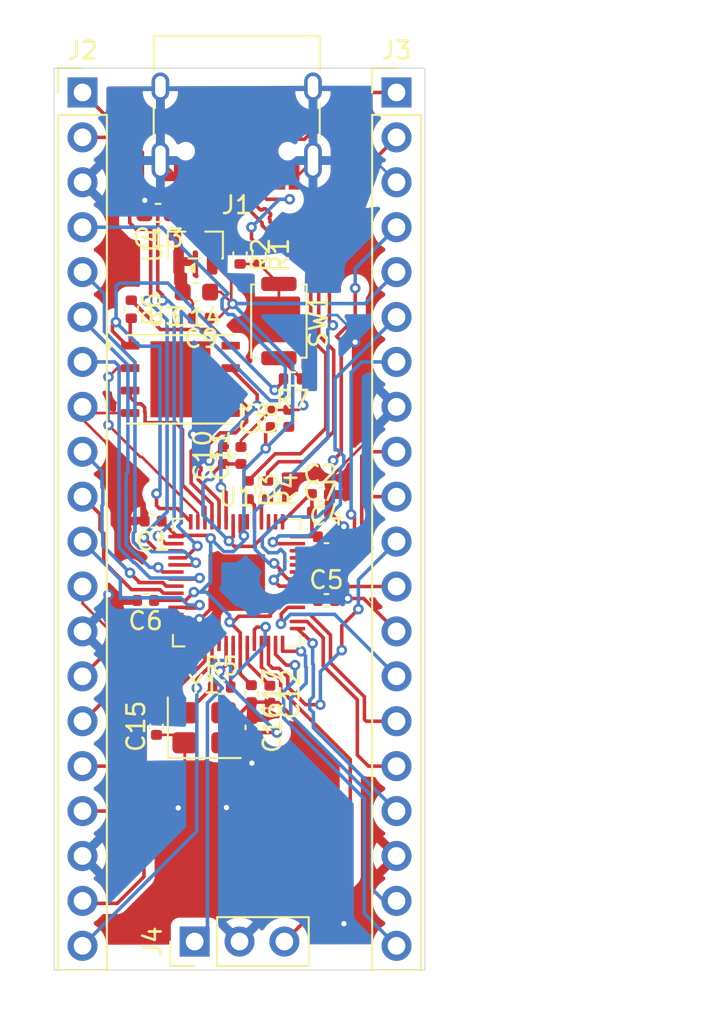
<source format=kicad_pcb>
(kicad_pcb (version 20241229) (generator "pcbnew") (generator_version "9.0")
  (layers (0 "F.Cu" signal) (2 "B.Cu" signal) (13 "F.Paste" user) (15 "B.Paste" user) (5 "F.SilkS" user "F.Silkscreen") (7 "B.SilkS" user "B.Silkscreen") (1 "F.Mask" user) (3 "B.Mask" user) (25 "Edge.Cuts" user))
  (net 0 "")
  (net 1 "+3V3")
  (net 2 "GND")
  (net 3 "+1V1")
  (net 4 "VBUS")
  (net 5 "Net-(C15-Pad2)")
  (net 6 "XIN")
  (net 7 "USB_D+")
  (net 8 "Net-(J1-CC1)")
  (net 9 "USB_D-")
  (net 10 "Net-(J1-CC2)")
  (net 11 "GPIO5")
  (net 12 "GPIO2")
  (net 13 "GPIO13")
  (net 14 "GPIO12")
  (net 15 "GPIO15")
  (net 16 "GPIO0")
  (net 17 "GPIO9")
  (net 18 "GPIO3")
  (net 19 "GPIO1")
  (net 20 "GPIO14")
  (net 21 "GPIO7")
  (net 22 "GPIO11")
  (net 23 "GPIO4")
  (net 24 "GPIO10")
  (net 25 "GPIO6")
  (net 26 "GPIO8")
  (net 27 "GPIO20")
  (net 28 "GPIO18")
  (net 29 "GPIO17")
  (net 30 "GPIO28_ADC2")
  (net 31 "RUN")
  (net 32 "GPIO23")
  (net 33 "GPIO24")
  (net 34 "GPIO21")
  (net 35 "GPIO27_ADC1")
  (net 36 "GPIO19")
  (net 37 "GPIO22")
  (net 38 "GPIO26_ADC0")
  (net 39 "GPIO16")
  (net 40 "GPIO29_ADC3")
  (net 41 "SWCLK")
  (net 42 "SWD")
  (net 43 "Net-(U1-USB_DP)")
  (net 44 "Net-(U1-USB_DM)")
  (net 45 "XOUT")
  (net 46 "QSPI_SS")
  (net 47 "Net-(R7-Pad1)")
  (net 48 "QSPI_SD3")
  (net 50 "QSPI_SD0")
  (net 51 "QSPI_SD1")
  (net 52 "QSPI_SD2")
  (net 53 "QSPI_SCLK")
  (footprint "Resistor_SMD:R_0402_1005Metric" (layer "F.Cu") (at 34.37 33.63 -90)
    (property "Reference" "R6")
    (property "Value" "10K")
  )
  (footprint "Resistor_SMD:R_0402_1005Metric" (layer "F.Cu") (at 40.53 30.56 -90)
    (property "Reference" "R2")
    (property "Value" "5.1k")
  )
  (footprint "Capacitor_SMD:C_0603_1608Metric" (layer "F.Cu") (at 38.06 32.66 180)
    (property "Reference" "C14")
    (property "Value" "10uF")
  )
  (footprint "Resistor_SMD:R_0402_1005Metric" (layer "F.Cu") (at 41.61 30.58 -90)
    (property "Reference" "R1")
    (property "Value" "5.1k")
  )
  (footprint "Connector_PinHeader_2.54mm:PinHeader_1x20_P2.54mm_Vertical" (layer "F.Cu") (at 31.61 21.37)
    (property "Reference" "J2")
    (property "Value" "Conn_01x20")
  )
  (footprint "Capacitor_SMD:C_0402_1005Metric" (layer "F.Cu") (at 42.3 39.81 90)
    (property "Reference" "C3")
    (property "Value" "0.1uF")
  )
  (footprint "W25Q16JVZPIQ:SON127P500X600X80-9N" (layer "F.Cu") (at 37.155 37.595)
    (property "Reference" "U3")
    (property "Value" "W25Q16JVZPIQ")
  )
  (footprint "Connector_USB:USB_C_Receptacle_HRO_TYPE-C-31-M-12" (layer "F.Cu") (at 40.34 22.09 180)
    (property "Reference" "J1")
    (property "Value" "USB_C_Receptacle_USB2.0_14P")
  )
  (footprint "Capacitor_SMD:C_0603_1608Metric" (layer "F.Cu") (at 35.89 28.18 180)
    (property "Reference" "C13")
    (property "Value" "10uF")
  )
  (footprint "Capacitor_SMD:C_0402_1005Metric" (layer "F.Cu") (at 35.61 45.61 180)
    (property "Reference" "C1")
    (property "Value" "1uF")
  )
  (footprint "Connector_PinHeader_2.54mm:PinHeader_1x03_P2.54mm_Vertical" (layer "F.Cu") (at 37.96 69.39 90)
    (property "Reference" "J4")
    (property "Value" "Conn_01x03")
  )
  (footprint "Package_TO_SOT_SMD:SOT-23" (layer "F.Cu") (at 38 30 90)
    (property "Reference" "U4")
    (property "Value" "MCP1700x-330xxTT")
  )
  (footprint "Capacitor_SMD:C_0402_1005Metric" (layer "F.Cu") (at 40.58 41.9 90)
    (property "Reference" "C11")
    (property "Value" "0.1uF")
  )
  (footprint "Capacitor_SMD:C_0402_1005Metric" (layer "F.Cu") (at 45.42 46.5)
    (property "Reference" "C4")
    (property "Value" "0.1uF")
  )
  (footprint "Resistor_SMD:R_0402_1005Metric" (layer "F.Cu") (at 40.99 43.85 -90)
    (property "Reference" "R3")
    (property "Value" "27")
  )
  (footprint "Capacitor_SMD:C_0402_1005Metric" (layer "F.Cu") (at 43.29 39.8 90)
    (property "Reference" "C8")
    (property "Value" "0.1uF")
  )
  (footprint "Capacitor_SMD:C_0402_1005Metric" (layer "F.Cu") (at 35.8 57.22 90)
    (property "Reference" "C15")
    (property "Value" "33pF")
  )
  (footprint "Resistor_SMD:R_0402_1005Metric" (layer "F.Cu") (at 39.49 55)
    (property "Reference" "R5")
    (property "Value" "1K")
  )
  (footprint "Connector_PinHeader_2.54mm:PinHeader_1x20_P2.54mm_Vertical" (layer "F.Cu") (at 49.39 21.37)
    (property "Reference" "J3")
    (property "Value" "Conn_01x20")
  )
  (footprint "Capacitor_SMD:C_0402_1005Metric" (layer "F.Cu") (at 45.42 50.1)
    (property "Reference" "C5")
    (property "Value" "0.1uF")
  )
  (footprint "Resistor_SMD:R_0402_1005Metric" (layer "F.Cu") (at 42.09 43.85 -90)
    (property "Reference" "R4")
    (property "Value" "27")
  )
  (footprint "Crystal:Crystal_SMD_3225-4Pin_3.2x2.5mm" (layer "F.Cu") (at 38.5 57.3)
    (property "Reference" "Y1")
    (property "Value" "12 MHz")
  )
  (footprint "Package_DFN_QFN:QFN-56-1EP_7x7mm_P0.4mm_EP3.2x3.2mm" (layer "F.Cu") (at 40.34 49.09)
    (property "Reference" "U1")
    (property "Value" "RP2040")
  )
  (footprint "Capacitor_SMD:C_0402_1005Metric" (layer "F.Cu") (at 35.18 50.1 180)
    (property "Reference" "C6")
    (property "Value" "0.1uF")
  )
  (footprint "Capacitor_SMD:C_0402_1005Metric" (layer "F.Cu") (at 45.08 45.1)
    (property "Reference" "C7")
    (property "Value" "0.1uF")
  )
  (footprint "Capacitor_SMD:C_0402_1005Metric" (layer "F.Cu") (at 42.22 55.4 -90)
    (property "Reference" "C12")
    (property "Value" "0.1uF")
  )
  (footprint "Capacitor_SMD:C_0402_1005Metric" (layer "F.Cu") (at 45.08 44.11)
    (property "Reference" "C2")
    (property "Value" "0.1uF")
  )
  (footprint "Capacitor_SMD:C_0402_1005Metric" (layer "F.Cu") (at 41.2 57.28 -90)
    (property "Reference" "C16")
    (property "Value" "33pF")
  )
  (footprint "Capacitor_SMD:C_0402_1005Metric" (layer "F.Cu") (at 38.33 34.14 180)
    (property "Reference" "C9")
    (property "Value" "0.1uF")
  )
  (footprint "Capacitor_SMD:C_0402_1005Metric" (layer "F.Cu") (at 41.17 55.37 -90)
    (property "Reference" "C17")
    (property "Value" "0.1uF")
  )
  (footprint "Button_Switch_SMD:SW_Push_SPST_NO_Alps_SKRK" (layer "F.Cu") (at 42.73 34.3 -90)
    (property "Reference" "SW1")
    (property "Value" "SW_Push")
  )
  (footprint "Resistor_SMD:R_0402_1005Metric" (layer "F.Cu") (at 43.5 37.57 180)
    (property "Reference" "R7")
    (property "Value" "1K")
  )
  (footprint "Capacitor_SMD:C_0402_1005Metric" (layer "F.Cu") (at 39.59 41.9 90)
    (property "Reference" "C10")
    (property "Value" "1uF")
  )
  (gr_rect (start 30 20) (end 51 71) (stroke (width 0.05)) (fill no) (layer "Edge.Cuts"))
  (segment (start 38.695535 46.419) (end 36.9735 46.419) (width 0.2) (layer "F.Cu") (net 1))
  (segment (start 43.7775 46.49) (end 44.93 46.49) (width 0.2) (layer "F.Cu") (net 1))
  (segment (start 40.54 46.23) (end 40.75 46.44) (width 0.2) (layer "F.Cu") (net 1))
  (segment (start 42.94 45.6525) (end 42.54 45.6525) (width 0.2) (layer "F.Cu") (net 1))
  (segment (start 36.025 34.775) (end 39.085 34.775) (width 0.2) (layer "F.Cu") (net 1))
  (segment (start 40.11 33.33) (end 39.43 32.65) (width 0.15) (layer "F.Cu") (net 1))
  (segment (start 36.9025 46.49) (end 36.9025 46.4225) (width 0.2) (layer "F.Cu") (net 1))
  (segment (start 36.9025 46.4225) (end 36.09 45.61) (width 0.2) (layer "F.Cu") (net 1))
  (segment (start 36.9025 50.09) (end 35.67 50.09) (width 0.2) (layer "F.Cu") (net 1))
  (segment (start 37.454648 50.09) (end 37.916081 49.628567) (width 0.2) (layer "F.Cu") (net 1))
  (segment (start 39.94 51.32) (end 40.13 51.32) (width 0.2) (layer "F.Cu") (net 1))
  (segment (start 44.6 46.16) (end 44.94 46.5) (width 0.2) (layer "F.Cu") (net 1))
  (segment (start 40.54 45.6525) (end 40.54 46.23) (width 0.2) (layer "F.Cu") (net 1))
  (segment (start 40.75 46.44) (end 40.75 45.8425) (width 0.2) (layer "F.Cu") (net 1))
  (segment (start 38.81 32.675) (end 38.835 32.65) (width 0.2) (layer "F.Cu") (net 1))
  (segment (start 39.085 34.775) (end 38.81 34.5) (width 0.2) (layer "F.Cu") (net 1))
  (segment (start 42.241 50.991) (end 42.241 50.85) (width 0.2) (layer "F.Cu") (net 1))
  (segment (start 36.9025 50.09) (end 37.454648 50.09) (width 0.2) (layer "F.Cu") (net 1))
  (segment (start 44.6 45.1) (end 44.6 46.16) (width 0.2) (layer "F.Cu") (net 1))
  (segment (start 38.866178 46.589643) (end 38.695535 46.419) (width 0.2) (layer "F.Cu") (net 1))
  (segment (start 42.241 50.85) (end 42.26 50.85) (width 0.2) (layer "F.Cu") (net 1))
  (segment (start 38.95 32.535) (end 38.835 32.65) (width 0.2) (layer "F.Cu") (net 1))
  (segment (start 39.3 34.14) (end 38.81 34.14) (width 0.15) (layer "F.Cu") (net 1))
  (segment (start 43.20147 40.28) (end 41.980735 41.500735) (width 0.2) (layer "F.Cu") (net 1))
  (segment (start 40.13 51.32) (end 40.459 50.991) (width 0.2) (layer "F.Cu") (net 1))
  (segment (start 44.6 44.11) (end 44.6 45.1) (width 0.2) (layer "F.Cu") (net 1))
  (segment (start 44.4825 44.11) (end 44.6 44.11) (width 0.2) (layer "F.Cu") (net 1))
  (segment (start 39.43 32.65) (end 38.835 32.65) (width 0.15) (layer "F.Cu") (net 1))
  (segment (start 40.54 51.92) (end 40.54 52.5275) (width 0.2) (layer "F.Cu") (net 1))
  (segment (start 38.81 34.5) (end 38.81 34.14) (width 0.2) (layer "F.Cu") (net 1))
  (segment (start 40.459 50.991) (end 42.241 50.991) (width 0.2) (layer "F.Cu") (net 1))
  (segment (start 35.67 50.09) (end 35.66 50.1) (width 0.2) (layer "F.Cu") (net 1))
  (segment (start 40.54 54.26) (end 40.54 52.5275) (width 0.2) (layer "F.Cu") (net 1))
  (segment (start 44.93 50.09) (end 44.94 50.1) (width 0.2) (layer "F.Cu") (net 1))
  (segment (start 40.11 33.33) (end 39.3 34.14) (width 0.15) (layer "F.Cu") (net 1))
  (segment (start 42.26 50.85) (end 43.02 50.09) (width 0.2) (layer "F.Cu") (net 1))
  (segment (start 40.75 45.8425) (end 40.94 45.6525) (width 0.2) (layer "F.Cu") (net 1))
  (segment (start 36.9735 46.419) (end 36.9025 46.49) (width 0.2) (layer "F.Cu") (net 1))
  (segment (start 44.93 46.49) (end 44.94 46.5) (width 0.2) (layer "F.Cu") (net 1))
  (segment (start 43.7775 50.09) (end 44.93 50.09) (width 0.2) (layer "F.Cu") (net 1))
  (segment (start 40 35.69) (end 39.085 34.775) (width 0.2) (layer "F.Cu") (net 1))
  (segment (start 34.37 33.12) (end 36.025 34.775) (width 0.2) (layer "F.Cu") (net 1))
  (segment (start 39.94 51.32) (end 40.54 51.92) (width 0.2) (layer "F.Cu") (net 1))
  (segment (start 40.54 54.26) (end 41.17 54.89) (width 0.2) (layer "F.Cu") (net 1))
  (segment (start 41.980735 40.609265) (end 42.3 40.29) (width 0.2) (layer "F.Cu") (net 1))
  (segment (start 43.02 50.09) (end 43.7775 50.09) (width 0.2) (layer "F.Cu") (net 1))
  (segment (start 38.95 30.9375) (end 40.03 32.0175) (width 0.15) (layer "F.Cu") (net 1))
  (segment (start 43.29 40.28) (end 43.20147 40.28) (width 0.2) (layer "F.Cu") (net 1))
  (segment (start 40.03 33.25) (end 40.11 33.33) (width 0.15) (layer "F.Cu") (net 1))
  (segment (start 42.94 45.6525) (end 44.4825 44.11) (width 0.2) (layer "F.Cu") (net 1))
  (segment (start 40.03 32.0175) (end 40.03 33.25) (width 0.15) (layer "F.Cu") (net 1))
  (segment (start 41.980735 41.500735) (end 41.980735 40.609265) (width 0.2) (layer "F.Cu") (net 1))
  (via (at 38.866178 46.589643) (size 0.6) (drill 0.3) (layers "F.Cu" "B.Cu") (net 1))
  (via (at 40.11 33.33) (size 0.6) (drill 0.3) (layers "F.Cu" "B.Cu") (net 1))
  (via (at 39.94 51.32) (size 0.6) (drill 0.3) (layers "F.Cu" "B.Cu") (net 1))
  (via (at 40.75 46.44) (size 0.6) (drill 0.3) (layers "F.Cu" "B.Cu") (net 1))
  (via (at 41.980735 41.500735) (size 0.6) (drill 0.3) (layers "F.Cu" "B.Cu") (net 1))
  (via (at 37.916081 49.628567) (size 0.6) (drill 0.3) (layers "F.Cu" "B.Cu") (net 1))
  (segment (start 38.866178 49.053763) (end 38.866178 46.589643) (width 0.2) (layer "B.Cu") (net 1))
  (segment (start 38.618567 49.628567) (end 37.916081 49.628567) (width 0.2) (layer "B.Cu") (net 1))
  (segment (start 40.75 46.739943) (end 40.148943 47.341) (width 0.2) (layer "B.Cu") (net 1))
  (segment (start 38.291374 49.628567) (end 38.866178 49.053763) (width 0.2) (layer "B.Cu") (net 1))
  (segment (start 40.75 46.44) (end 40.75 46.739943) (width 0.2) (layer "B.Cu") (net 1))
  (segment (start 39.617535 47.341) (end 38.866178 46.589643) (width 0.2) (layer "B.Cu") (net 1))
  (segment (start 37.916081 49.628567) (end 38.291374 49.628567) (width 0.2) (layer "B.Cu") (net 1))
  (segment (start 43.51 39.97147) (end 41.980735 41.500735) (width 0.2) (layer "B.Cu") (net 1))
  (segment (start 40.148943 47.341) (end 39.617535 47.341) (width 0.2) (layer "B.Cu") (net 1))
  (segment (start 40.13 33.31) (end 47.61 33.31) (width 0.2) (layer "B.Cu") (net 1))
  (segment (start 39.94 50.95) (end 38.618567 49.628567) (width 0.2) (layer "B.Cu") (net 1))
  (segment (start 40.75 42.73147) (end 40.75 46.44) (width 0.2) (layer "B.Cu") (net 1))
  (segment (start 40.11 33.33) (end 43.51 36.73) (width 0.2) (layer "B.Cu") (net 1))
  (segment (start 39.94 51.32) (end 39.94 50.95) (width 0.2) (layer "B.Cu") (net 1))
  (segment (start 43.51 36.73) (end 43.51 39.97147) (width 0.2) (layer "B.Cu") (net 1))
  (segment (start 41.980735 41.500735) (end 40.75 42.73147) (width 0.2) (layer "B.Cu") (net 1))
  (segment (start 40.11 33.33) (end 40.13 33.31) (width 0.2) (layer "B.Cu") (net 1))
  (segment (start 47.61 33.31) (end 49.39 31.53) (width 0.2) (layer "B.Cu") (net 1))
  (segment (start 46.41 67.53) (end 46.41 68.38) (width 0.2) (layer "F.Cu") (net 2))
  (segment (start 44.556 37.928984) (end 44.556 37.211016) (width 0.15) (layer "F.Cu") (net 2))
  (segment (start 35.115 28.18) (end 35.115 27.492238) (width 0.15) (layer "F.Cu") (net 2))
  (segment (start 41.62 31.09) (end 42.73 32.2) (width 0.15) (layer "F.Cu") (net 2))
  (segment (start 42.22 55.88) (end 42.69 55.88) (width 0.2) (layer "F.Cu") (net 2))
  (segment (start 39.6 56.45) (end 40.57 56.45) (width 0.2) (layer "F.Cu") (net 2))
  (segment (start 40.34 49.110001) (end 40.34 49.09) (width 0.2) (layer "F.Cu") (net 2))
  (segment (start 44.08 34.78026) (end 42.73 33.43026) (width 0.15) (layer "F.Cu") (net 2))
  (segment (start 44.556 37.211016) (end 44.318984 36.974) (width 0.15) (layer "F.Cu") (net 2))
  (segment (start 43.85 39.32) (end 44.11 39.06) (width 0.15) (layer "F.Cu") (net 2))
  (segment (start 45.56 43.239288) (end 45.56 44.11) (width 0.15) (layer "F.Cu") (net 2))
  (segment (start 44.08 38.166) (end 44.318984 38.166) (width 0.15) (layer "F.Cu") (net 2))
  (segment (start 43.59 26.135) (end 43.745 26.135) (width 0.15) (layer "F.Cu") (net 2))
  (segment (start 44.08 36.974) (end 44.08 34.78026) (width 0.15) (layer "F.Cu") (net 2))
  (segment (start 39.59 41.42) (end 39.569832 41.42) (width 0.15) (layer "F.Cu") (net 2))
  (segment (start 44.08 39.03) (end 44.08 38.166) (width 0.15) (layer "F.Cu") (net 2))
  (segment (start 42.19 55.85) (end 42.22 55.88) (width 0.2) (layer "F.Cu") (net 2))
  (segment (start 39.569832 41.42) (end 38.780277 42.209555) (width 0.15) (layer "F.Cu") (net 2))
  (segment (start 41.2 56.8) (end 41.2 55.88) (width 0.15) (layer "F.Cu") (net 2))
  (segment (start 43.28 39.33) (end 43.29 39.32) (width 0.15) (layer "F.Cu") (net 2))
  (segment (start 42.3 39.33) (end 40.58 41.05) (width 0.15) (layer "F.Cu") (net 2))
  (segment (start 42.69 55.88) (end 44.47 57.66) (width 0.2) (layer "F.Cu") (net 2))
  (segment (start 45.59 45.1) (end 46.41 45.92) (width 0.2) (layer "F.Cu") (net 2))
  (segment (start 45.56 45.1) (end 45.59 45.1) (width 0.2) (layer "F.Cu") (net 2))
  (segment (start 46.62 49.989) (end 46.011 49.989) (width 0.2) (layer "F.Cu") (net 2))
  (segment (start 42.73 33.43026) (end 42.73 32.2) (width 0.15) (layer "F.Cu") (net 2))
  (segment (start 35.115 27.492238) (end 35.134354 27.472884) (width 0.15) (layer "F.Cu") (net 2))
  (segment (start 31.61 39.85) (end 33.05 41.29) (width 0.15) (layer "F.Cu") (net 2))
  (segment (start 49.39 64.55) (end 46.41 67.53) (width 0.2) (layer "F.Cu") (net 2))
  (segment (start 31.61 39.15) (end 31.61 39.85) (width 0.15) (layer "F.Cu") (net 2))
  (segment (start 41.17 55.85) (end 42.19 55.85) (width 0.2) (layer "F.Cu") (net 2))
  (segment (start 37.285 32.65) (end 37.285 31.1725) (width 0.2) (layer "F.Cu") (net 2))
  (segment (start 44.318984 38.166) (end 44.556 37.928984) (width 0.15) (layer "F.Cu") (net 2))
  (segment (start 37.85 34.14) (end 37.85 33.215) (width 0.15) (layer "F.Cu") (net 2))
  (segment (start 35.8 57.7) (end 36.95 57.7) (width 0.15) (layer "F.Cu") (net 2))
  (segment (start 45.9 46.43) (end 46.41 45.92) (width 0.2) (layer "F.Cu") (net 2))
  (segment (start 43.745 26.135) (end 44.66 25.22) (width 0.15) (layer "F.Cu") (net 2))
  (segment (start 38.23 51.16) (end 38.290001 51.16) (width 0.2) (layer "F.Cu") (net 2))
  (segment (start 31.96 39.5) (end 31.61 39.15) (width 0.15) (layer "F.Cu") (net 2))
  (segment (start 40.57 56.45) (end 41.17 55.85) (width 0.2) (layer "F.Cu") (net 2))
  (segment (start 44.11 39.06) (end 44.08 39.03) (width 0.15) (layer "F.Cu") (net 2))
  (segment (start 43.29 39.32) (end 43.85 39.32) (width 0.15) (layer "F.Cu") (net 2))
  (segment (start 47.529 49.989) (end 46.62 49.989) (width 0.2) (layer "F.Cu") (net 2))
  (segment (start 49.39 39.15) (end 49.39 39.409288) (width 0.15) (layer "F.Cu") (net 2))
  (segment (start 42.3 39.33) (end 43.28 39.33) (width 0.15) (layer "F.Cu") (net 2))
  (segment (start 37.85 33.215) (end 37.285 32.65) (width 0.15) (layer "F.Cu") (net 2))
  (segment (start 49.39 39.409288) (end 45.56 43.239288) (width 0.15) (layer "F.Cu") (net 2))
  (segment (start 46.011 49.989) (end 45.9 50.1) (width 0.2) (layer "F.Cu") (net 2))
  (segment (start 36.935 26.135) (end 36.02 25.22) (width 0.15) (layer "F.Cu") (net 2))
  (segment (start 45.9 46.5) (end 45.9 46.43) (width 0.2) (layer "F.Cu") (net 2))
  (segment (start 40.58 41.05) (end 40.58 41.42) (width 0.15) (layer "F.Cu") (net 2))
  (segment (start 36.95 57.7) (end 37.4 58.15) (width 0.15) (layer "F.Cu") (net 2))
  (segment (start 49.39 51.85) (end 47.529 49.989) (width 0.2) (layer "F.Cu") (net 2))
  (segment (start 41.2 55.88) (end 41.17 55.85) (width 0.15) (layer "F.Cu") (net 2))
  (segment (start 39.34 52.5275) (end 39.34 50.09) (width 0.2) (layer "F.Cu") (net 2))
  (segment (start 41.61 31.09) (end 41.62 31.09) (width 0.15) (layer "F.Cu") (net 2))
  (segment (start 34.31 39.5) (end 31.96 39.5) (width 0.15) (layer "F.Cu") (net 2))
  (segment (start 39.34 50.09) (end 40.34 49.09) (width 0.2) (layer "F.Cu") (net 2))
  (segment (start 38.290001 51.16) (end 40.34 49.110001) (width 0.2) (layer "F.Cu") (net 2))
  (segment (start 44.318984 36.974) (end 44.08 36.974) (width 0.15) (layer "F.Cu") (net 2))
  (segment (start 37.4 60.33) (end 37.42 60.35) (width 0.15) (layer "F.Cu") (net 2))
  (segment (start 41.59 31.07) (end 41.61 31.09) (width 0.15) (layer "F.Cu") (net 2))
  (segment (start 37.09 26.135) (end 36.935 26.135) (width 0.15) (layer "F.Cu") (net 2))
  (segment (start 33.08 49.77) (end 33.41 50.1) (width 0.2) (layer "F.Cu") (net 2))
  (segment (start 37.4 58.15) (end 37.4 60.33) (width 0.15) (layer "F.Cu") (net 2))
  (segment (start 33.41 50.1) (end 34.7 50.1) (width 0.2) (layer "F.Cu") (net 2))
  (segment (start 37.285 31.1725) (end 37.05 30.9375) (width 0.2) (layer "F.Cu") (net 2))
  (segment (start 40.53 31.07) (end 41.59 31.07) (width 0.15) (layer "F.Cu") (net 2))
  (via (at 46.62 49.989) (size 0.6) (drill 0.3) (layers "F.Cu" "B.Cu") (net 2))
  (via (at 38.780277 42.209555) (size 0.6) (drill 0.3) (layers "F.Cu" "B.Cu") (net 2))
  (via (at 37.875735 40.705735) (size 0.6) (drill 0.3) (layers "F.Cu" "B.Cu") (net 2))
  (via (at 46.41 45.92) (size 0.6) (drill 0.3) (layers "F.Cu" "B.Cu") (net 2))
  (via (at 33.08 49.77) (size 0.6) (drill 0.3) (layers "F.Cu" "B.Cu") (net 2))
  (via (at 41.2 59.3) (size 0.6) (drill 0.3) (layers "F.Cu" "B.Cu") (net 2))
  (via (at 39.76 61.81) (size 0.6) (drill 0.3) (layers "F.Cu" "B.Cu") (net 2))
  (via (at 46.41 68.38) (size 0.6) (drill 0.3) (layers "F.Cu" "B.Cu") (net 2))
  (via (at 38.23 51.16) (size 0.6) (drill 0.3) (layers "F.Cu" "B.Cu") (net 2))
  (via (at 44.11 39.06) (size 0.6) (drill 0.3) (layers "F.Cu" "B.Cu") (net 2))
  (via (at 37.03 61.83) (size 0.6) (drill 0.3) (layers "F.Cu" "B.Cu") (net 2))
  (via (at 47.05 35.49) (size 0.6) (drill 0.3) (layers "F.Cu" "B.Cu") (net 2))
  (via (at 35.134354 27.472884) (size 0.6) (drill 0.3) (layers "F.Cu" "B.Cu") (net 2))
  (segment (start 33.08 50.38) (end 33.08 49.77) (width 0.2) (layer "B.Cu") (net 2))
  (segment (start 44.11 35.396885) (end 45.546412 33.960473) (width 0.15) (layer "B.Cu") (net 2))
  (segment (start 47.05 34.986885) (end 47.05 35.49) (width 0.15) (layer "B.Cu") (net 2))
  (segment (start 46.023588 33.960473) (end 47.05 34.986885) (width 0.15) (layer "B.Cu") (net 2))
  (segment (start 31.61 51.85) (end 33.08 50.38) (width 0.2) (layer "B.Cu") (net 2))
  (segment (start 46.62 49.989) (end 46.62 49.17) (width 0.2) (layer "B.Cu") (net 2))
  (segment (start 46.62 49.17) (end 46.23 48.78) (width 0.2) (layer "B.Cu") (net 2))
  (segment (start 48.16 25.22) (end 49.39 26.45) (width 0.15) (layer "B.Cu") (net 2))
  (segment (start 38.780277 41.610277) (end 37.875735 40.705735) (width 0.15) (layer "B.Cu") (net 2))
  (segment (start 44.66 25.22) (end 48.16 25.22) (width 0.15) (layer "B.Cu") (net 2))
  (segment (start 38.780277 42.209555) (end 38.780277 41.610277) (width 0.15) (layer "B.Cu") (net 2))
  (segment (start 46.41 48.6) (end 46.23 48.78) (width 0.2) (layer "B.Cu") (net 2))
  (segment (start 45.546412 33.960473) (end 46.023588 33.960473) (width 0.15) (layer "B.Cu") (net 2))
  (segment (start 44.11 39.06) (end 44.11 35.396885) (width 0.15) (layer "B.Cu") (net 2))
  (segment (start 46.41 45.92) (end 46.41 48.6) (width 0.2) (layer "B.Cu") (net 2))
  (segment (start 39.59 42.38) (end 40.58 42.38) (width 0.2) (layer "F.Cu") (net 3))
  (segment (start 40.94 53.64) (end 40.94 52.5275) (width 0.2) (layer "F.Cu") (net 3))
  (segment (start 39.9 46.74) (end 40.201 47.041) (width 0.2) (layer "F.Cu") (net 3))
  (segment (start 38.842923 43.067076) (end 39.529999 42.38) (width 0.2) (layer "F.Cu") (net 3))
  (segment (start 40.14 45.6525) (end 40.14 46.5) (width 0.2) (layer "F.Cu") (net 3))
  (segment (start 42.14 46.187774) (end 42.14 45.6525) (width 0.2) (layer "F.Cu") (net 3))
  (segment (start 39.529999 42.38) (end 39.59 42.38) (width 0.2) (layer "F.Cu") (net 3))
  (segment (start 40.14 46.5) (end 39.9 46.74) (width 0.2) (layer "F.Cu") (net 3))
  (segment (start 41.286774 47.041) (end 42.14 46.187774) (width 0.2) (layer "F.Cu") (net 3))
  (segment (start 40.201 47.041) (end 41.286774 47.041) (width 0.2) (layer "F.Cu") (net 3))
  (segment (start 42.22 54.92) (end 40.94 53.64) (width 0.2) (layer "F.Cu") (net 3))
  (via (at 39.9 46.74) (size 0.6) (drill 0.3) (layers "F.Cu" "B.Cu") (net 3))
  (via (at 38.842923 43.067076) (size 0.6) (drill 0.3) (layers "F.Cu" "B.Cu") (net 3))
  (segment (start 38.43 45.27) (end 39.9 46.74) (width 0.2) (layer "B.Cu") (net 3))
  (segment (start 38.43 43.479999) (end 38.43 45.27) (width 0.2) (layer "B.Cu") (net 3))
  (segment (start 38.842923 43.067076) (end 38.43 43.479999) (width 0.2) (layer "B.Cu") (net 3))
  (segment (start 41.65 24.07) (end 42.105 24.525) (width 0.2) (layer "F.Cu") (net 4))
  (segment (start 42.616 24.014) (end 42.105 24.525) (width 0.2) (layer "F.Cu") (net 4))
  (segment (start 49.39 21.37) (end 46.827215 21.37) (width 0.2) (layer "F.Cu") (net 4))
  (segment (start 39.03 24.07) (end 41.65 24.07) (width 0.2) (layer "F.Cu") (net 4))
  (segment (start 44.183215 24.014) (end 42.616 24.014) (width 0.2) (layer "F.Cu") (net 4))
  (segment (start 37.1175 28.18) (end 38 29.0625) (width 0.2) (layer "F.Cu") (net 4))
  (segment (start 42.79 25.21) (end 42.79 26.135) (width 0.2) (layer "F.Cu") (net 4))
  (segment (start 37.89 26.135) (end 37.89 26.955) (width 0.2) (layer "F.Cu") (net 4))
  (segment (start 46.827215 21.37) (end 44.183215 24.014) (width 0.2) (layer "F.Cu") (net 4))
  (segment (start 42.105 24.525) (end 42.79 25.21) (width 0.2) (layer "F.Cu") (net 4))
  (segment (start 37.89 25.21) (end 39.03 24.07) (width 0.2) (layer "F.Cu") (net 4))
  (segment (start 36.665 28.18) (end 37.1175 28.18) (width 0.2) (layer "F.Cu") (net 4))
  (segment (start 37.89 26.135) (end 37.89 25.21) (width 0.2) (layer "F.Cu") (net 4))
  (segment (start 37.89 26.955) (end 36.665 28.18) (width 0.2) (layer "F.Cu") (net 4))
  (segment (start 38.98 55) (end 37.53 56.45) (width 0.2) (layer "F.Cu") (net 5))
  (segment (start 35.8 56.74) (end 37.11 56.74) (width 0.2) (layer "F.Cu") (net 5))
  (segment (start 37.11 56.74) (end 37.4 56.45) (width 0.2) (layer "F.Cu") (net 5))
  (segment (start 37.53 56.45) (end 37.4 56.45) (width 0.2) (layer "F.Cu") (net 5))
  (segment (start 41.39 57.57) (end 41.2 57.76) (width 0.2) (layer "F.Cu") (net 6))
  (segment (start 39.74 52.5275) (end 39.74 53.75) (width 0.2) (layer "F.Cu") (net 6))
  (segment (start 39.6 58.15) (end 40.81 58.15) (width 0.2) (layer "F.Cu") (net 6))
  (segment (start 40.81 58.15) (end 41.2 57.76) (width 0.2) (layer "F.Cu") (net 6))
  (segment (start 42.61 57.57) (end 41.39 57.57) (width 0.2) (layer "F.Cu") (net 6))
  (segment (start 39.74 53.75) (end 39.4 54.09) (width 0.2) (layer "F.Cu") (net 6))
  (via (at 39.4 54.09) (size 0.6) (drill 0.3) (layers "F.Cu" "B.Cu") (net 6))
  (via (at 42.61 57.57) (size 0.6) (drill 0.3) (layers "F.Cu" "B.Cu") (net 6))
  (segment (start 39.4 54.09) (end 39.4 54.36) (width 0.2) (layer "B.Cu") (net 6))
  (segment (start 39.4 54.36) (end 42.61 57.57) (width 0.2) (layer "B.Cu") (net 6))
  (segment (start 45.385 36.143198) (end 44.535 35.293198) (width 0.2) (layer "F.Cu") (net 7))
  (segment (start 44.535 31.643198) (end 41.777636 28.885834) (width 0.2) (layer "F.Cu") (net 7))
  (segment (start 42.525 41.805) (end 43.936802 41.805) (width 0.2) (layer "F.Cu") (net 7))
  (segment (start 40.99 43.34) (end 42.525 41.805) (width 0.2) (layer "F.Cu") (net 7))
  (segment (start 39.664 27.136) (end 40.516 27.136) (width 0.15) (layer "F.Cu") (net 7))
  (segment (start 40.615 27.247501) (end 40.59 27.222501) (width 0.2) (layer "F.Cu") (net 7))
  (segment (start 40.59 27.222501) (end 40.59 26.135) (width 0.2) (layer "F.Cu") (net 7))
  (segment (start 41.777636 28.885834) (end 41.777636 28.744421) (width 0.2) (layer "F.Cu") (net 7))
  (segment (start 39.59 27.062) (end 39.664 27.136) (width 0.15) (layer "F.Cu") (net 7))
  (segment (start 40.516 27.136) (end 40.59 27.062) (width 0.15) (layer "F.Cu") (net 7))
  (segment (start 40.59 27.062) (end 40.59 26.135) (width 0.15) (layer "F.Cu") (net 7))
  (segment (start 43.936802 41.805) (end 45.385 40.356802) (width 0.2) (layer "F.Cu") (net 7))
  (segment (start 44.535 35.293198) (end 44.535 31.643198) (width 0.2) (layer "F.Cu") (net 7))
  (segment (start 45.385 40.356802) (end 45.385 36.143198) (width 0.2) (layer "F.Cu") (net 7))
  (segment (start 39.59 26.135) (end 39.59 27.062) (width 0.15) (layer "F.Cu") (net 7))
  (segment (start 41.777636 28.744421) (end 40.615 27.581785) (width 0.2) (layer "F.Cu") (net 7))
  (segment (start 40.615 27.581785) (end 40.615 27.247501) (width 0.2) (layer "F.Cu") (net 7))
  (segment (start 41.176636 29.636636) (end 41.61 30.07) (width 0.2) (layer "F.Cu") (net 8))
  (segment (start 41.59 26.135) (end 41.59 26.97) (width 0.2) (layer "F.Cu") (net 8))
  (segment (start 41.59 26.97) (end 42.03 27.41) (width 0.2) (layer "F.Cu") (net 8))
  (segment (start 41.176636 28.993364) (end 41.176636 29.636636) (width 0.2) (layer "F.Cu") (net 8))
  (segment (start 42.03 27.41) (end 43.34 27.41) (width 0.2) (layer "F.Cu") (net 8))
  (via (at 41.176636 28.993364) (size 0.6) (drill 0.3) (layers "F.Cu" "B.Cu") (net 8))
  (via (at 43.34 27.41) (size 0.6) (drill 0.3) (layers "F.Cu" "B.Cu") (net 8))
  (segment (start 43.34 27.41) (end 42.76 27.41) (width 0.2) (layer "B.Cu") (net 8))
  (segment (start 42.76 27.41) (end 41.176636 28.993364) (width 0.2) (layer "B.Cu") (net 8))
  (segment (start 44.123198 42.255) (end 45.835 40.543198) (width 0.2) (layer "F.Cu") (net 9))
  (segment (start 40.164 25.134) (end 41.016 25.134) (width 0.15) (layer "F.Cu") (net 9))
  (segment (start 41.652047 27.982466) (end 41.435655 27.766073) (width 0.2) (layer "F.Cu") (net 9))
  (segment (start 42.09 42.876397) (end 42.711397 42.255) (width 0.2) (layer "F.Cu") (net 9))
  (segment (start 42.711397 42.255) (end 44.123198 42.255) (width 0.2) (layer "F.Cu") (net 9))
  (segment (start 45.835 35.956802) (end 44.985 35.106802) (width 0.2) (layer "F.Cu") (net 9))
  (segment (start 41.09 25.208) (end 41.09 26.135) (width 0.15) (layer "F.Cu") (net 9))
  (segment (start 42.09 43.34) (end 42.09 42.876397) (width 0.2) (layer "F.Cu") (net 9))
  (segment (start 42.227614 28.198859) (end 42.01122 27.982466) (width 0.2) (layer "F.Cu") (net 9))
  (segment (start 44.985 31.456802) (end 42.944099 29.415901) (width 0.2) (layer "F.Cu") (net 9))
  (segment (start 40.09 25.208) (end 40.164 25.134) (width 0.15) (layer "F.Cu") (net 9))
  (segment (start 41.435655 27.766073) (end 41.424791 27.755209) (width 0.2) (layer "F.Cu") (net 9))
  (segment (start 45.835 40.543198) (end 45.835 35.956802) (width 0.2) (layer "F.Cu") (net 9))
  (segment (start 42.944099 29.415901) (end 42.227616 28.699418) (width 0.2) (layer "F.Cu") (net 9))
  (segment (start 40.09 26.135) (end 40.09 25.208) (width 0.15) (layer "F.Cu") (net 9))
  (segment (start 41.424791 27.755209) (end 41.09 27.420418) (width 0.2) (layer "F.Cu") (net 9))
  (segment (start 42.227616 28.699418) (end 42.227616 28.558033) (width 0.2) (layer "F.Cu") (net 9))
  (segment (start 41.016 25.134) (end 41.09 25.208) (width 0.15) (layer "F.Cu") (net 9))
  (segment (start 41.09 27.420418) (end 41.09 26.135) (width 0.2) (layer "F.Cu") (net 9))
  (segment (start 44.985 35.106802) (end 44.985 31.456802) (width 0.2) (layer "F.Cu") (net 9))
  (arc (start 42.227615 28.378446) (mid 42.264808 28.288652) (end 42.227614 28.198859) (width 0.2) (layer "F.Cu") (net 9))
  (arc (start 41.831634 27.982466) (mid 41.74184 28.01966) (end 41.652047 27.982466) (width 0.2) (layer "F.Cu") (net 9))
  (arc (start 42.227616 28.558033) (mid 42.190422 28.46824) (end 42.227615 28.378446) (width 0.2) (layer "F.Cu") (net 9))
  (arc (start 42.01122 27.982466) (mid 41.921427 27.945273) (end 41.831634 27.982466) (width 0.2) (layer "F.Cu") (net 9))
  (segment (start 38.59 28.11) (end 38.59 26.135) (width 0.2) (layer "F.Cu") (net 10))
  (segment (start 40.53 30.05) (end 38.59 28.11) (width 0.2) (layer "F.Cu") (net 10))
  (segment (start 36.9025 48.89) (end 38.179998 48.89) (width 0.2) (layer "F.Cu") (net 11))
  (segment (start 38.179998 48.89) (end 38.239998 48.83) (width 0.2) (layer "F.Cu") (net 11))
  (via (at 38.239998 48.83) (size 0.6) (drill 0.3) (layers "F.Cu" "B.Cu") (net 11))
  (segment (start 33.681303 36.855503) (end 33.681303 44.148697) (width 0.2) (layer "B.Cu") (net 11))
  (segment (start 33.68 44.15) (end 33.68 46.77) (width 0.2) (layer "B.Cu") (net 11))
  (segment (start 33.681303 44.148697) (end 33.68 44.15) (width 0.2) (layer "B.Cu") (net 11))
  (segment (start 33.68 46.77) (end 33.681303 46.771303) (width 0.2) (layer "B.Cu") (net 11))
  (segment (start 31.61 36.61) (end 33.4358 36.61) (width 0.2) (layer "B.Cu") (net 11))
  (segment (start 33.681303 47.124028) (end 34.50316 47.945885) (width 0.2) (layer "B.Cu") (net 11))
  (segment (start 35.440943 48.831) (end 36.148943 48.831) (width 0.2) (layer "B.Cu") (net 11))
  (segment (start 33.4358 36.61) (end 33.681303 36.855503) (width 0.2) (layer "B.Cu") (net 11))
  (segment (start 33.681303 46.771303) (end 33.681303 47.124028) (width 0.2) (layer "B.Cu") (net 11))
  (segment (start 34.50316 47.945885) (end 34.555828 47.945885) (width 0.2) (layer "B.Cu") (net 11))
  (segment (start 36.149943 48.83) (end 38.239998 48.83) (width 0.2) (layer "B.Cu") (net 11))
  (segment (start 34.555828 47.945885) (end 35.440943 48.831) (width 0.2) (layer "B.Cu") (net 11))
  (segment (start 36.148943 48.831) (end 36.149943 48.83) (width 0.2) (layer "B.Cu") (net 11))
  (segment (start 37.45 47.69) (end 38.12 47.02) (width 0.2) (layer "F.Cu") (net 12))
  (segment (start 36.9025 47.69) (end 37.45 47.69) (width 0.2) (layer "F.Cu") (net 12))
  (via (at 38.12 47.02) (size 0.6) (drill 0.3) (layers "F.Cu" "B.Cu") (net 12))
  (segment (start 39.861057 33.931) (end 39.509 33.578943) (width 0.2) (layer "B.Cu") (net 12))
  (segment (start 39.509 33.578943) (end 39.509 33.081057) (width 0.2) (layer "B.Cu") (net 12))
  (segment (start 36.09 28.99) (end 31.61 28.99) (width 0.2) (layer "B.Cu") (net 12))
  (segment (start 38.12 47.02) (end 37.00355 45.90355) (width 0.2) (layer "B.Cu") (net 12))
  (segment (start 43.091 36.8781) (end 40.1439 33.931) (width 0.2) (layer "B.Cu") (net 12))
  (segment (start 37.201 33.760943) (end 42.241057 38.801) (width 0.2) (layer "B.Cu") (net 12))
  (segment (start 43.091 38.448943) (end 43.091 36.8781) (width 0.2) (layer "B.Cu") (net 12))
  (segment (start 42.738943 38.801) (end 43.091 38.448943) (width 0.2) (layer "B.Cu") (net 12))
  (segment (start 40.1439 33.931) (end 39.861057 33.931) (width 0.2) (layer "B.Cu") (net 12))
  (segment (start 37.201 45.7061) (end 37.201 33.760943) (width 0.2) (layer "B.Cu") (net 12))
  (segment (start 39.509 33.081057) (end 39.845028 32.745028) (width 0.2) (layer "B.Cu") (net 12))
  (segment (start 39.845028 32.745028) (end 36.09 28.99) (width 0.2) (layer "B.Cu") (net 12))
  (segment (start 42.241057 38.801) (end 42.738943 38.801) (width 0.2) (layer "B.Cu") (net 12))
  (segment (start 37.00355 45.90355) (end 37.201 45.7061) (width 0.2) (layer "B.Cu") (net 12))
  (segment (start 34.689 56.34635) (end 34.689 61.74) (width 0.2) (layer "F.Cu") (net 13))
  (segment (start 38.14 52.5275) (end 38.14 53.36) (width 0.2) (layer "F.Cu") (net 13))
  (segment (start 34.68 61.74) (end 34.41 62.01) (width 0.2) (layer "F.Cu") (net 13))
  (segment (start 34.689 61.74) (end 34.68 61.74) (width 0.2) (layer "F.Cu") (net 13))
  (segment (start 34.41 62.01) (end 31.61 62.01) (width 0.2) (layer "F.Cu") (net 13))
  (segment (start 35.38535 55.65) (end 34.689 56.34635) (width 0.2) (layer "F.Cu") (net 13))
  (segment (start 38.14 53.36) (end 35.85 55.65) (width 0.2) (layer "F.Cu") (net 13))
  (segment (start 35.85 55.65) (end 35.38535 55.65) (width 0.2) (layer "F.Cu") (net 13))
  (segment (start 35.74145 55.19145) (end 35.2768 55.19145) (width 0.2) (layer "F.Cu") (net 14))
  (segment (start 34.288 58.362) (end 33.18 59.47) (width 0.2) (layer "F.Cu") (net 14))
  (segment (start 37.74 52.5275) (end 37.74 53.1929) (width 0.2) (layer "F.Cu") (net 14))
  (segment (start 34.288 56.18025) (end 34.288 58.362) (width 0.2) (layer "F.Cu") (net 14))
  (segment (start 37.74 53.1929) (end 35.74145 55.19145) (width 0.2) (layer "F.Cu") (net 14))
  (segment (start 33.18 59.47) (end 31.61 59.47) (width 0.2) (layer "F.Cu") (net 14))
  (segment (start 35.2768 55.19145) (end 34.288 56.18025) (width 0.2) (layer "F.Cu") (net 14))
  (segment (start 38.94 52.5275) (end 38.94 53.700057) (width 0.2) (layer "F.Cu") (net 15))
  (segment (start 38.94 53.700057) (end 38.080735 54.559322) (width 0.2) (layer "F.Cu") (net 15))
  (segment (start 38.080735 54.559322) (end 38.080735 55.050735) (width 0.2) (layer "F.Cu") (net 15))
  (via (at 38.080735 55.050735) (size 0.6) (drill 0.3) (layers "F.Cu" "B.Cu") (net 15))
  (segment (start 38.080735 55.050735) (end 38.080735 63.159265) (width 0.2) (layer "B.Cu") (net 15))
  (segment (start 38.080735 63.159265) (end 31.61 69.63) (width 0.2) (layer "B.Cu") (net 15))
  (segment (start 36.15 33.14) (end 36.15 32.834518) (width 0.2) (layer "F.Cu") (net 16))
  (segment (start 35.87 32.554518) (end 35.87 27.36) (width 0.2) (layer "F.Cu") (net 16))
  (segment (start 36.15 32.834518) (end 35.87 32.554518) (width 0.2) (layer "F.Cu") (net 16))
  (segment (start 35 24.76) (end 31.61 21.37) (width 0.2) (layer "F.Cu") (net 16))
  (segment (start 35 26.49) (end 35 24.76) (width 0.2) (layer "F.Cu") (net 16))
  (segment (start 35.87 27.36) (end 35 26.49) (width 0.2) (layer "F.Cu") (net 16))
  (segment (start 36.9025 46.89) (end 36.31 46.89) (width 0.2) (layer "F.Cu") (net 16))
  (segment (start 36.31 46.89) (end 35.88 46.46) (width 0.2) (layer "F.Cu") (net 16))
  (via (at 35.88 46.46) (size 0.6) (drill 0.3) (layers "F.Cu" "B.Cu") (net 16))
  (via (at 36.15 33.14) (size 0.6) (drill 0.3) (layers "F.Cu" "B.Cu") (net 16))
  (segment (start 36.8 45.54) (end 35.88 46.46) (width 0.2) (layer "B.Cu") (net 16))
  (segment (start 36.15 33.14) (end 36.455482 33.14) (width 0.2) (layer "B.Cu") (net 16))
  (segment (start 36.455482 33.14) (end 36.8 33.484518) (width 0.2) (layer "B.Cu") (net 16))
  (segment (start 36.8 33.484518) (end 36.8 45.54) (width 0.2) (layer "B.Cu") (net 16))
  (segment (start 36.9025 50.89) (end 34.578256 50.89) (width 0.15) (layer "F.Cu") (net 17))
  (segment (start 31.61 50.257595) (end 31.61 49.31) (width 0.15) (layer "F.Cu") (net 17))
  (segment (start 34.578256 50.89) (end 33.429128 52.039128) (width 0.15) (layer "F.Cu") (net 17))
  (segment (start 33.429128 52.039128) (end 33.391533 52.039128) (width 0.15) (layer "F.Cu") (net 17))
  (segment (start 33.391533 52.039128) (end 31.61 50.257595) (width 0.15) (layer "F.Cu") (net 17))
  (segment (start 36.9025 48.09) (end 37.89853 48.09) (width 0.2) (layer "F.Cu") (net 18))
  (segment (start 37.89853 48.09) (end 38.024265 47.964265) (width 0.2) (layer "F.Cu") (net 18))
  (via (at 38.024265 47.964265) (size 0.6) (drill 0.3) (layers "F.Cu" "B.Cu") (net 18))
  (segment (start 34.483303 46.293942) (end 34.58 46.197245) (width 0.2) (layer "B.Cu") (net 18))
  (segment (start 32.85 34.89) (end 32.85 32.77) (width 0.2) (layer "B.Cu") (net 18))
  (segment (start 32.85 32.77) (end 31.61 31.53) (width 0.2) (layer "B.Cu") (net 18))
  (segment (start 35.333246 47.143885) (end 34.83536 47.143885) (width 0.2) (layer "B.Cu") (net 18))
  (segment (start 34.483303 46.791828) (end 34.483303 46.293942) (width 0.2) (layer "B.Cu") (net 18))
  (segment (start 37.4 47.34) (end 35.53 47.34) (width 0.2) (layer "B.Cu") (net 18))
  (segment (start 35.333565 47.143565) (end 35.333246 47.143885) (width 0.2) (layer "B.Cu") (net 18))
  (segment (start 38.024265 47.964265) (end 37.4 47.34) (width 0.2) (layer "B.Cu") (net 18))
  (segment (start 34.83536 47.143885) (end 34.483303 46.791828) (width 0.2) (layer "B.Cu") (net 18))
  (segment (start 34.58 46.197245) (end 34.58 36.62) (width 0.2) (layer "B.Cu") (net 18))
  (segment (start 35.53 47.34) (end 35.333565 47.143565) (width 0.2) (layer "B.Cu") (net 18))
  (segment (start 34.58 36.62) (end 32.85 34.89) (width 0.2) (layer "B.Cu") (net 18))
  (segment (start 35.469 29.11) (end 34.65 29.11) (width 0.2) (layer "F.Cu") (net 19))
  (segment (start 34.28 27.52) (end 34.6 27.2) (width 0.2) (layer "F.Cu") (net 19))
  (segment (start 35.264265 33.165735) (end 35.306946 33.165735) (width 0.2) (layer "F.Cu") (net 19))
  (segment (start 35.306946 33.165735) (end 35.469 33.003681) (width 0.2) (layer "F.Cu") (net 19))
  (segment (start 36.9025 47.29) (end 35.831418 47.29) (width 0.2) (layer "F.Cu") (net 19))
  (segment (start 34.6 24.99) (end 33.52 23.91) (width 0.2) (layer "F.Cu") (net 19))
  (segment (start 34.28 28.74) (end 34.28 27.52) (width 0.2) (layer "F.Cu") (net 19))
  (segment (start 33.52 23.91) (end 31.61 23.91) (width 0.2) (layer "F.Cu") (net 19))
  (segment (start 35.469 33.003681) (end 35.469 29.11) (width 0.2) (layer "F.Cu") (net 19))
  (segment (start 34.65 29.11) (end 34.28 28.74) (width 0.2) (layer "F.Cu") (net 19))
  (segment (start 34.6 27.2) (end 34.6 24.99) (width 0.2) (layer "F.Cu") (net 19))
  (segment (start 35.831418 47.29) (end 35.084303 46.542885) (width 0.2) (layer "F.Cu") (net 19))
  (via (at 35.084303 46.542885) (size 0.6) (drill 0.3) (layers "F.Cu" "B.Cu") (net 19))
  (via (at 35.264265 33.165735) (size 0.6) (drill 0.3) (layers "F.Cu" "B.Cu") (net 19))
  (segment (start 35.264265 33.165735) (end 35.325735 33.165735) (width 0.2) (layer "B.Cu") (net 19))
  (segment (start 35.325735 33.165735) (end 36.399 34.239) (width 0.2) (layer "B.Cu") (net 19))
  (segment (start 36.399 45.091057) (end 35.084303 46.405754) (width 0.2) (layer "B.Cu") (net 19))
  (segment (start 35.084303 46.405754) (end 35.084303 46.542885) (width 0.2) (layer "B.Cu") (net 19))
  (segment (start 36.399 34.239) (end 36.399 45.091057) (width 0.2) (layer "B.Cu") (net 19))
  (segment (start 31.75 67.23) (end 31.61 67.09) (width 0.2) (layer "F.Cu") (net 20))
  (segment (start 35.09 56.51245) (end 35.09 65.72) (width 0.2) (layer "F.Cu") (net 20))
  (segment (start 35.44345 56.159) (end 35.09 56.51245) (width 0.2) (layer "F.Cu") (net 20))
  (segment (start 33.58 67.23) (end 31.75 67.23) (width 0.2) (layer "F.Cu") (net 20))
  (segment (start 35.913957 56.159) (end 35.44345 56.159) (width 0.2) (layer "F.Cu") (net 20))
  (segment (start 38.54 53.532957) (end 35.913957 56.159) (width 0.2) (layer "F.Cu") (net 20))
  (segment (start 38.54 52.5275) (end 38.54 53.532957) (width 0.2) (layer "F.Cu") (net 20))
  (segment (start 35.09 65.72) (end 33.58 67.23) (width 0.2) (layer "F.Cu") (net 20))
  (segment (start 32.81 47.91) (end 32.81 46.3) (width 0.2) (layer "F.Cu") (net 21))
  (segment (start 32.6 45.22) (end 31.61 44.23) (width 0.2) (layer "F.Cu") (net 21))
  (segment (start 36.9025 49.69) (end 36.19 49.69) (width 0.2) (layer "F.Cu") (net 21))
  (segment (start 34.389 49.489) (end 32.81 47.91) (width 0.2) (layer "F.Cu") (net 21))
  (segment (start 32.81 46.3) (end 32.6 46.09) (width 0.2) (layer "F.Cu") (net 21))
  (segment (start 35.989 49.489) (end 34.389 49.489) (width 0.2) (layer "F.Cu") (net 21))
  (segment (start 32.6 46.09) (end 32.6 45.22) (width 0.2) (layer "F.Cu") (net 21))
  (segment (start 36.19 49.69) (end 35.989 49.489) (width 0.2) (layer "F.Cu") (net 21))
  (segment (start 31.6625 56.93) (end 31.61 56.93) (width 0.2) (layer "F.Cu") (net 22))
  (segment (start 36.9025 51.69) (end 31.6625 56.93) (width 0.2) (layer "F.Cu") (net 22))
  (segment (start 36.35 48.49) (end 36.16 48.49) (width 0.2) (layer "F.Cu") (net 23))
  (segment (start 36.35 48.49) (end 36.9025 48.49) (width 0.2) (layer "F.Cu") (net 23))
  (segment (start 36.16 48.49) (end 35.9 48.23) (width 0.2) (layer "F.Cu") (net 23))
  (via (at 35.9 48.23) (size 0.6) (drill 0.3) (layers "F.Cu" "B.Cu") (net 23))
  (segment (start 34.66926 47.544885) (end 34.082303 46.957928) (width 0.2) (layer "B.Cu") (net 23))
  (segment (start 34.721928 47.544885) (end 34.66926 47.544885) (width 0.2) (layer "B.Cu") (net 23))
  (segment (start 31.61 34.2171) (end 31.61 34.07) (width 0.2) (layer "B.Cu") (net 23))
  (segment (start 35.407043 48.23) (end 34.721928 47.544885) (width 0.2) (layer "B.Cu") (net 23))
  (segment (start 34.179 42.86) (end 34.179 36.7861) (width 0.2) (layer "B.Cu") (net 23))
  (segment (start 34.082303 42.956697) (end 34.179 42.86) (width 0.2) (layer "B.Cu") (net 23))
  (segment (start 34.179 36.7861) (end 31.61 34.2171) (width 0.2) (layer "B.Cu") (net 23))
  (segment (start 34.082303 46.957928) (end 34.082303 42.956697) (width 0.2) (layer "B.Cu") (net 23))
  (segment (start 35.9 48.23) (end 35.407043 48.23) (width 0.2) (layer "B.Cu") (net 23))
  (segment (start 36.9025 51.29) (end 34.71 51.29) (width 0.2) (layer "F.Cu") (net 24))
  (segment (start 34.71 51.29) (end 31.61 54.39) (width 0.2) (layer "F.Cu") (net 24))
  (segment (start 36.9025 49.29) (end 36.3571 49.29) (width 0.2) (layer "F.Cu") (net 25))
  (segment (start 36.3571 49.29) (end 36.1551 49.088) (width 0.2) (layer "F.Cu") (net 25))
  (segment (start 34.8 49.088) (end 34.8 49.04) (width 0.2) (layer "F.Cu") (net 25))
  (segment (start 34.8 49.04) (end 34.3 48.54) (width 0.2) (layer "F.Cu") (net 25))
  (segment (start 36.1551 49.088) (end 36.01 49.088) (width 0.2) (layer "F.Cu") (net 25))
  (segment (start 36.01 49.088) (end 34.8 49.088) (width 0.2) (layer "F.Cu") (net 25))
  (via (at 34.3 48.54) (size 0.6) (drill 0.3) (layers "F.Cu" "B.Cu") (net 25))
  (segment (start 32.71 42.79) (end 31.61 41.69) (width 0.2) (layer "B.Cu") (net 25))
  (segment (start 32.761 44.70676) (end 32.761 43.75324) (width 0.2) (layer "B.Cu") (net 25))
  (segment (start 32.761 46.29324) (end 32.71 46.24224) (width 0.2) (layer "B.Cu") (net 25))
  (segment (start 32.71 46.24224) (end 32.71 44.75776) (width 0.2) (layer "B.Cu") (net 25))
  (segment (start 34.3 48.54) (end 32.761 47.001) (width 0.2) (layer "B.Cu") (net 25))
  (segment (start 32.761 47.001) (end 32.761 46.29324) (width 0.2) (layer "B.Cu") (net 25))
  (segment (start 32.71 43.70224) (end 32.71 42.79) (width 0.2) (layer "B.Cu") (net 25))
  (segment (start 32.761 43.75324) (end 32.71 43.70224) (width 0.2) (layer "B.Cu") (net 25))
  (segment (start 32.71 44.75776) (end 32.761 44.70676) (width 0.2) (layer "B.Cu") (net 25))
  (segment (start 37.486217 50.526217) (end 37.45 50.49) (width 0.2) (layer "F.Cu") (net 26))
  (segment (start 38.239998 50.36006) (end 38.073841 50.526217) (width 0.2) (layer "F.Cu") (net 26))
  (segment (start 38.073841 50.526217) (end 37.486217 50.526217) (width 0.2) (layer "F.Cu") (net 26))
  (segment (start 37.45 50.49) (end 36.9025 50.49) (width 0.2) (layer "F.Cu") (net 26))
  (via (at 38.239998 50.36006) (size 0.6) (drill 0.3) (layers "F.Cu" "B.Cu") (net 26))
  (segment (start 37.57566 50.36006) (end 37.1656 49.95) (width 0.2) (layer "B.Cu") (net 26))
  (segment (start 33.79 49.95) (end 33.75 49.99) (width 0.2) (layer "B.Cu") (net 26))
  (segment (start 38.239998 50.36006) (end 37.57566 50.36006) (width 0.2) (layer "B.Cu") (net 26))
  (segment (start 33.75 49.99) (end 33.75 48.91) (width 0.2) (layer "B.Cu") (net 26))
  (segment (start 37.1656 49.95) (end 33.79 49.95) (width 0.2) (layer "B.Cu") (net 26))
  (segment (start 33.75 48.91) (end 31.61 46.77) (width 0.2) (layer "B.Cu") (net 26))
  (segment (start 47.672 56.93) (end 49.39 56.93) (width 0.2) (layer "F.Cu") (net 27))
  (segment (start 47.572 56.83) (end 47.672 56.93) (width 0.2) (layer "F.Cu") (net 27))
  (segment (start 45.65 52.05) (end 45.65 53.6258) (width 0.2) (layer "F.Cu") (net 27))
  (segment (start 43.7775 50.89) (end 44.49 50.89) (width 0.2) (layer "F.Cu") (net 27))
  (segment (start 47.572 55.5478) (end 47.572 56.83) (width 0.2) (layer "F.Cu") (net 27))
  (segment (start 45.65 53.6258) (end 47.572 55.5478) (width 0.2) (layer "F.Cu") (net 27))
  (segment (start 44.49 50.89) (end 45.65 52.05) (width 0.2) (layer "F.Cu") (net 27))
  (segment (start 44.168235 52.0525) (end 44.14 52.0525) (width 0.2) (layer "F.Cu") (net 28))
  (segment (start 44.14 52.0525) (end 43.7775 51.69) (width 0.2) (layer "F.Cu") (net 28))
  (segment (start 44.64 52.524265) (end 44.168235 52.0525) (width 0.2) (layer "F.Cu") (net 28))
  (via (at 44.64 52.524265) (size 0.6) (drill 0.3) (layers "F.Cu" "B.Cu") (net 28))
  (segment (start 44.64 53.684145) (end 44.68 53.724145) (width 0.2) (layer "B.Cu") (net 28))
  (segment (start 44.68 57.3) (end 49.39 62.01) (width 0.2) (layer "B.Cu") (net 28))
  (segment (start 44.68 56.443863) (end 44.68 57.3) (width 0.2) (layer "B.Cu") (net 28))
  (segment (start 44.67704 53.95586) (end 44.67704 55.543017) (width 0.2) (layer "B.Cu") (net 28))
  (segment (start 44.64 52.524265) (end 44.64 53.684145) (width 0.2) (layer "B.Cu") (net 28))
  (segment (start 44.47704 56.240903) (end 44.68 56.443863) (width 0.2) (layer "B.Cu") (net 28))
  (segment (start 44.68 53.9529) (end 44.67704 53.95586) (width 0.2) (layer "B.Cu") (net 28))
  (segment (start 44.67704 55.543017) (end 44.47704 55.743017) (width 0.2) (layer "B.Cu") (net 28))
  (segment (start 44.68 53.724145) (end 44.68 53.9529) (width 0.2) (layer "B.Cu") (net 28))
  (segment (start 44.47704 55.743017) (end 44.47704 56.240903) (width 0.2) (layer "B.Cu") (net 28))
  (segment (start 42.947402 52.972402) (end 42.94 52.965) (width 0.2) (layer "F.Cu") (net 29))
  (segment (start 42.94 52.965) (end 42.94 52.5275) (width 0.2) (layer "F.Cu") (net 29))
  (segment (start 43.977296 52.972402) (end 42.947402 52.972402) (width 0.2) (layer "F.Cu") (net 29))
  (via (at 43.977296 52.972402) (size 0.6) (drill 0.3) (layers "F.Cu" "B.Cu") (net 29))
  (segment (start 43.977296 52.972402) (end 44.239 53.234106) (width 0.2) (layer "B.Cu") (net 29))
  (segment (start 44.239 53.234106) (end 44.239 53.850245) (width 0.2) (layer "B.Cu") (net 29))
  (segment (start 44.27604 54.768188) (end 43.399 55.645228) (width 0.2) (layer "B.Cu") (net 29))
  (segment (start 43.399 56.5861) (end 47.97 61.1571) (width 0.2) (layer "B.Cu") (net 29))
  (segment (start 43.399 55.645228) (end 43.399 56.5861) (width 0.2) (layer "B.Cu") (net 29))
  (segment (start 47.97 61.1571) (end 47.97 66.38) (width 0.2) (layer "B.Cu") (net 29))
  (segment (start 47.97 66.38) (end 48.68 67.09) (width 0.2) (layer "B.Cu") (net 29))
  (segment (start 44.27604 53.887285) (end 44.27604 54.768188) (width 0.2) (layer "B.Cu") (net 29))
  (segment (start 44.239 53.850245) (end 44.27604 53.887285) (width 0.2) (layer "B.Cu") (net 29))
  (segment (start 48.68 67.09) (end 49.39 67.09) (width 0.2) (layer "B.Cu") (net 29))
  (segment (start 47.01 45.42305) (end 46.82 45.233049) (width 0.2) (layer "F.Cu") (net 30))
  (segment (start 47.01 46.32755) (end 47.01 45.42305) (width 0.2) (layer "F.Cu") (net 30))
  (segment (start 46.04755 47.29) (end 47.01 46.32755) (width 0.2) (layer "F.Cu") (net 30))
  (segment (start 43.7775 47.29) (end 46.04755 47.29) (width 0.2) (layer "F.Cu") (net 30))
  (via (at 46.82 45.233049) (size 0.6) (drill 0.3) (layers "F.Cu" "B.Cu") (net 30))
  (segment (start 46.82 45.233049) (end 46.82 37.2071) (width 0.2) (layer "B.Cu") (net 30))
  (segment (start 46.82 37.2071) (end 47.4171 36.61) (width 0.2) (layer "B.Cu") (net 30))
  (segment (start 47.4171 36.61) (end 49.39 36.61) (width 0.2) (layer "B.Cu") (net 30))
  (segment (start 43.23355 54.98645) (end 43.23355 54.4289) (width 0.2) (layer "F.Cu") (net 31))
  (segment (start 43.23355 54.4289) (end 42.74255 53.9379) (width 0.2) (layer "F.Cu") (net 31))
  (segment (start 44.79661 55.99196) (end 45.07804 55.99196) (width 0.2) (layer "F.Cu") (net 31))
  (segment (start 46.29 52.91) (end 46.29 51.53) (width 0.2) (layer "F.Cu") (net 31))
  (segment (start 45.07804 55.99196) (end 44.23906 55.99196) (width 0.2) (layer "F.Cu") (net 31))
  (segment (start 42.74255 53.9379) (end 42.69 53.9379) (width 0.2) (layer "F.Cu") (net 31))
  (segment (start 42.3721 53.9379) (end 42.74255 53.9379) (width 0.2) (layer "F.Cu") (net 31))
  (segment (start 42.14 53.7058) (end 42.3721 53.9379) (width 0.2) (layer "F.Cu") (net 31))
  (segment (start 42.14 52.5275) (end 42.14 53.7058) (width 0.2) (layer "F.Cu") (net 31))
  (segment (start 46.29 51.53) (end 47.23 50.59) (width 0.2) (layer "F.Cu") (net 31))
  (segment (start 44.23906 55.99196) (end 43.23355 54.98645) (width 0.2) (layer "F.Cu") (net 31))
  (via (at 45.07804 55.99196) (size 0.6) (drill 0.3) (layers "F.Cu" "B.Cu") (net 31))
  (via (at 47.23 50.59) (size 0.6) (drill 0.3) (layers "F.Cu" "B.Cu") (net 31))
  (via (at 46.29 52.91) (size 0.6) (drill 0.3) (layers "F.Cu" "B.Cu") (net 31))
  (segment (start 47.23 48.93) (end 49.39 46.77) (width 0.2) (layer "B.Cu") (net 31))
  (segment (start 45.07804 55.99196) (end 45.07804 54.12196) (width 0.2) (layer "B.Cu") (net 31))
  (segment (start 45.07804 54.12196) (end 46.29 52.91) (width 0.2) (layer "B.Cu") (net 31))
  (segment (start 47.23 50.59) (end 47.23 48.93) (width 0.2) (layer "B.Cu") (net 31))
  (segment (start 42.44 48.969998) (end 42.760002 49.29) (width 0.2) (layer "F.Cu") (net 32))
  (segment (start 46 35.17) (end 46.26 35.43) (width 0.2) (layer "F.Cu") (net 32))
  (segment (start 42.44 48.93853) (end 42.44 48.969998) (width 0.2) (layer "F.Cu") (net 32))
  (segment (start 47.05 32.44) (end 47.05 34.12) (width 0.2) (layer "F.Cu") (net 32))
  (segment (start 47.05 34.12) (end 46 35.17) (width 0.2) (layer "F.Cu") (net 32))
  (segment (start 46.26 35.43) (end 46.26 41.7247) (width 0.2) (layer "F.Cu") (net 32))
  (segment (start 42.760002 49.29) (end 43.7775 49.29) (width 0.2) (layer "F.Cu") (net 32))
  (segment (start 46.26 41.7247) (end 45.80235 42.18235) (width 0.2) (layer "F.Cu") (net 32))
  (via (at 45.80235 42.18235) (size 0.6) (drill 0.3) (layers "F.Cu" "B.Cu") (net 32))
  (via (at 47.05 32.44) (size 0.6) (drill 0.3) (layers "F.Cu" "B.Cu") (net 32))
  (via (at 42.44 48.93853) (size 0.6) (drill 0.3) (layers "F.Cu" "B.Cu") (net 32))
  (segment (start 47.05 31.33) (end 47.05 32.44) (width 0.2) (layer "B.Cu") (net 32))
  (segment (start 49.39 28.99) (end 47.05 31.33) (width 0.2) (layer "B.Cu") (net 32))
  (segment (start 42.638943 47.401) (end 42.141057 47.401) (width 0.2) (layer "B.Cu") (net 32))
  (segment (start 45.81 44.5029) (end 45.81 42.19) (width 0.2) (layer "B.Cu") (net 32))
  (segment (start 44.93145 45.38145) (end 45.81 44.5029) (width 0.2) (layer "B.Cu") (net 32))
  (segment (start 41.789 46.551057) (end 42.958607 45.38145) (width 0.2) (layer "B.Cu") (net 32))
  (segment (start 42.44 48.93853) (end 43.061 48.31753) (width 0.2) (layer "B.Cu") (net 32))
  (segment (start 43.061 48.31753) (end 43.061 47.441) (width 0.2) (layer "B.Cu") (net 32))
  (segment (start 43.061 47.441) (end 42.829972 47.209972) (width 0.2) (layer "B.Cu") (net 32))
  (segment (start 45.81 42.19) (end 45.80235 42.18235) (width 0.2) (layer "B.Cu") (net 32))
  (segment (start 42.141057 47.401) (end 41.789 47.048943) (width 0.2) (layer "B.Cu") (net 32))
  (segment (start 41.789 47.048943) (end 41.789 46.551057) (width 0.2) (layer "B.Cu") (net 32))
  (segment (start 42.958607 45.38145) (end 44.93145 45.38145) (width 0.2) (layer "B.Cu") (net 32))
  (segment (start 42.829972 47.209972) (end 42.638943 47.401) (width 0.2) (layer "B.Cu") (net 32))
  (segment (start 45.586 34.337473) (end 45.586 31.350702) (width 0.2) (layer "F.Cu") (net 33))
  (segment (start 43.7775 48.89) (end 43.24 48.89) (width 0.2) (layer "F.Cu") (net 33))
  (segment (start 42.79 48.33) (end 42.461 48.001) (width 0.2) (layer "F.Cu") (net 33))
  (segment (start 45.785 34.536473) (end 45.586 34.337473) (width 0.2) (layer "F.Cu") (net 33))
  (segment (start 45.71 27.59) (end 49.39 23.91) (width 0.2) (layer "F.Cu") (net 33))
  (segment (start 44.87 27.59) (end 45.71 27.59) (width 0.2) (layer "F.Cu") (net 33))
  (segment (start 43.24 48.89) (end 42.79 48.44) (width 0.2) (layer "F.Cu") (net 33))
  (segment (start 43.347649 29.112351) (end 44.87 27.59) (width 0.2) (layer "F.Cu") (net 33))
  (segment (start 45.586 31.350702) (end 43.347649 29.112351) (width 0.2) (layer "F.Cu") (net 33))
  (segment (start 42.79 48.44) (end 42.79 48.33) (width 0.2) (layer "F.Cu") (net 33))
  (via (at 42.461 48.001) (size 0.6) (drill 0.3) (layers "F.Cu" "B.Cu") (net 33))
  (via (at 45.785 34.536473) (size 0.6) (drill 0.3) (layers "F.Cu" "B.Cu") (net 33))
  (segment (start 41.351 45.069) (end 45.5 40.92) (width 0.2) (layer "B.Cu") (net 33))
  (segment (start 45.5 34.78) (end 45.743527 34.536473) (width 0.2) (layer "B.Cu") (net 33))
  (segment (start 42.173957 48.001) (end 42.461 48.001) (width 0.2) (layer "B.Cu") (net 33))
  (segment (start 45.743527 34.536473) (end 45.785 34.536473) (width 0.2) (layer "B.Cu") (net 33))
  (segment (start 41.388 47.215043) (end 41.388 46.938) (width 0.2) (layer "B.Cu") (net 33))
  (segment (start 41.351 46.901) (end 41.351 45.069) (width 0.2) (layer "B.Cu") (net 33))
  (segment (start 41.388 47.215043) (end 42.173957 48.001) (width 0.2) (layer "B.Cu") (net 33))
  (segment (start 41.388 46.938) (end 41.351 46.901) (width 0.2) (layer "B.Cu") (net 33))
  (segment (start 45.5 40.92) (end 45.5 34.78) (width 0.2) (layer "B.Cu") (net 33))
  (segment (start 42.860445 51.403299) (end 42.860445 50.86323) (width 0.2) (layer "F.Cu") (net 34))
  (segment (start 42.860445 50.86323) (end 43.233675 50.49) (width 0.2) (layer "F.Cu") (net 34))
  (segment (start 43.233675 50.49) (end 43.7775 50.49) (width 0.2) (layer "F.Cu") (net 34))
  (segment (start 42.845417 51.418327) (end 42.860445 51.403299) (width 0.2) (layer "F.Cu") (net 34))
  (via (at 42.845417 51.418327) (size 0.6) (drill 0.3) (layers "F.Cu" "B.Cu") (net 34))
  (segment (start 42.845417 51.418327) (end 43.380069 50.883675) (width 0.2) (layer "B.Cu") (net 34))
  (segment (start 43.380069 50.883675) (end 45.883675 50.883675) (width 0.2) (layer "B.Cu") (net 34))
  (segment (start 45.883675 50.883675) (end 49.39 54.39) (width 0.2) (layer "B.Cu") (net 34))
  (segment (start 43.7775 47.69) (end 46.22 47.69) (width 0.2) (layer "F.Cu") (net 35))
  (segment (start 47.42 41.94) (end 47.67 41.69) (width 0.2) (layer "F.Cu") (net 35))
  (segment (start 46.22 47.69) (end 47.42 46.49) (width 0.2) (layer "F.Cu") (net 35))
  (segment (start 47.67 41.69) (end 49.39 41.69) (width 0.2) (layer "F.Cu") (net 35))
  (segment (start 47.42 46.49) (end 47.42 41.94) (width 0.2) (layer "F.Cu") (net 35))
  (segment (start 43.7775 51.29) (end 44.32 51.29) (width 0.2) (layer "F.Cu") (net 36))
  (segment (start 47.8 59.47) (end 49.39 59.47) (width 0.2) (layer "F.Cu") (net 36))
  (segment (start 44.32 51.29) (end 45.24 52.21) (width 0.2) (layer "F.Cu") (net 36))
  (segment (start 47.171 58.841) (end 47.8 59.47) (width 0.2) (layer "F.Cu") (net 36))
  (segment (start 47.171 55.7139) (end 47.171 58.841) (width 0.2) (layer "F.Cu") (net 36))
  (segment (start 45.24 53.7829) (end 47.171 55.7139) (width 0.2) (layer "F.Cu") (net 36))
  (segment (start 45.24 52.21) (end 45.24 53.7829) (width 0.2) (layer "F.Cu") (net 36))
  (segment (start 44.79 49.31) (end 49.39 49.31) (width 0.2) (layer "F.Cu") (net 37))
  (segment (start 43.7775 49.69) (end 44.41 49.69) (width 0.2) (layer "F.Cu") (net 37))
  (segment (start 44.41 49.69) (end 44.79 49.31) (width 0.2) (layer "F.Cu") (net 37))
  (segment (start 47.84 44.33) (end 47.94 44.23) (width 0.2) (layer "F.Cu") (net 38))
  (segment (start 43.7775 48.09) (end 46.3871 48.09) (width 0.2) (layer "F.Cu") (net 38))
  (segment (start 47.84 46.6371) (end 47.84 44.33) (width 0.2) (layer "F.Cu") (net 38))
  (segment (start 47.94 44.23) (end 49.39 44.23) (width 0.2) (layer "F.Cu") (net 38))
  (segment (start 46.3871 48.09) (end 47.84 46.6371) (width 0.2) (layer "F.Cu") (net 38))
  (segment (start 42.54 52.5275) (end 42.54 53.15) (width 0.2) (layer "F.Cu") (net 39))
  (segment (start 43.149375 53.759375) (end 43.639 53.759375) (width 0.2) (layer "F.Cu") (net 39))
  (segment (start 42.54 53.15) (end 42.99 53.6) (width 0.2) (layer "F.Cu") (net 39))
  (segment (start 42.99 53.6) (end 43.149375 53.759375) (width 0.2) (layer "F.Cu") (net 39))
  (via (at 43.639 53.759375) (size 0.6) (drill 0.3) (layers "F.Cu" "B.Cu") (net 39))
  (segment (start 42.998 55.25) (end 42.998 56.7522) (width 0.2) (layer "B.Cu") (net 39))
  (segment (start 47.569 67.809) (end 49.39 69.63) (width 0.2) (layer "B.Cu") (net 39))
  (segment (start 43.639 54.609) (end 42.998 55.25) (width 0.2) (layer "B.Cu") (net 39))
  (segment (start 47.569 61.3232) (end 47.569 67.809) (width 0.2) (layer "B.Cu") (net 39))
  (segment (start 43.639 53.759375) (end 43.639 54.609) (width 0.2) (layer "B.Cu") (net 39))
  (segment (start 42.998 56.7522) (end 47.569 61.3232) (width 0.2) (layer "B.Cu") (net 39))
  (segment (start 42.48 46.89) (end 42.39 46.8) (width 0.2) (layer "F.Cu") (net 40))
  (segment (start 43.7775 46.89) (end 42.48 46.89) (width 0.2) (layer "F.Cu") (net 40))
  (via (at 42.39 46.8) (size 0.6) (drill 0.3) (layers "F.Cu" "B.Cu") (net 40))
  (segment (start 45.91 41.58135) (end 45.91 37.55) (width 0.2) (layer "B.Cu") (net 40))
  (segment (start 46.211 42.623643) (end 46.40335 42.431293) (width 0.2) (layer "B.Cu") (net 40))
  (segment (start 42.74 46.45) (end 44.43 46.45) (width 0.2) (layer "B.Cu") (net 40))
  (segment (start 46.40335 42.431293) (end 46.40335 41.933407) (width 0.2) (layer "B.Cu") (net 40))
  (segment (start 42.39 46.8) (end 42.74 46.45) (width 0.2) (layer "B.Cu") (net 40))
  (segment (start 46.211 44.669) (end 46.211 42.623643) (width 0.2) (layer "B.Cu") (net 40))
  (segment (start 46.40335 41.933407) (end 46.051293 41.58135) (width 0.2) (layer "B.Cu") (net 40))
  (segment (start 44.43 46.45) (end 46.211 44.669) (width 0.2) (layer "B.Cu") (net 40))
  (segment (start 45.91 37.55) (end 49.39 34.07) (width 0.2) (layer "B.Cu") (net 40))
  (segment (start 46.051293 41.58135) (end 45.91 41.58135) (width 0.2) (layer "B.Cu") (net 40))
  (segment (start 41.34 51.747891) (end 41.34 52.5275) (width 0.2) (layer "F.Cu") (net 41))
  (segment (start 41.970802 51.607841) (end 41.48005 51.607841) (width 0.2) (layer "F.Cu") (net 41))
  (segment (start 41.976927 51.601716) (end 41.970802 51.607841) (width 0.2) (layer "F.Cu") (net 41))
  (segment (start 41.48005 51.607841) (end 41.34 51.747891) (width 0.2) (layer "F.Cu") (net 41))
  (via (at 41.976927 51.601716) (size 0.6) (drill 0.3) (layers "F.Cu" "B.Cu") (net 41))
  (segment (start 41.949176 52.603542) (end 41.947817 52.602183) (width 0.2) (layer "B.Cu") (net 41))
  (segment (start 40.07855 54.47145) (end 39.973521 54.366421) (width 0.2) (layer "B.Cu") (net 41))
  (segment (start 38.681735 68.668265) (end 37.96 69.39) (width 0.2) (layer "B.Cu") (net 41))
  (segment (start 41.976927 51.601716) (end 41.949176 51.629467) (width 0.2) (layer "B.Cu") (net 41))
  (segment (start 39.1639 54.691) (end 39.52645 55.05355) (width 0.2) (layer "B.Cu") (net 41))
  (segment (start 38.799 53.841057) (end 38.799 54.338943) (width 0.2) (layer "B.Cu") (net 41))
  (segment (start 41.947817 52.602183) (end 40.07855 54.47145) (width 0.2) (layer "B.Cu") (net 41))
  (segment (start 39.973521 54.366421) (end 40.001 54.338943) (width 0.2) (layer "B.Cu") (net 41))
  (segment (start 39.52645 55.05355) (end 38.681735 55.898265) (width 0.2) (layer "B.Cu") (net 41))
  (segment (start 40.001 53.841057) (end 39.648943 53.489) (width 0.2) (layer "B.Cu") (net 41))
  (segment (start 39.648943 53.489) (end 39.151057 53.489) (width 0.2) (layer "B.Cu") (net 41))
  (segment (start 38.681735 55.898265) (end 38.681735 68.668265) (width 0.2) (layer "B.Cu") (net 41))
  (segment (start 41.949176 51.629467) (end 41.949176 52.603542) (width 0.2) (layer "B.Cu") (net 41))
  (segment (start 38.799 54.338943) (end 39.151057 54.691) (width 0.2) (layer "B.Cu") (net 41))
  (segment (start 39.151057 54.691) (end 39.1639 54.691) (width 0.2) (layer "B.Cu") (net 41))
  (segment (start 40.001 54.338943) (end 40.001 53.841057) (width 0.2) (layer "B.Cu") (net 41))
  (segment (start 39.151057 53.489) (end 38.799 53.841057) (width 0.2) (layer "B.Cu") (net 41))
  (segment (start 42.57655 54.339) (end 42.2061 54.339) (width 0.2) (layer "F.Cu") (net 42))
  (segment (start 42.2061 54.339) (end 41.74 53.8729) (width 0.2) (layer "F.Cu") (net 42))
  (segment (start 43.04 69.39) (end 46.77 65.66) (width 0.2) (layer "F.Cu") (net 42))
  (segment (start 42.831 54.59345) (end 42.57655 54.339) (width 0.2) (layer "F.Cu") (net 42))
  (segment (start 46.77 65.66) (end 46.77 59.09) (width 0.2) (layer "F.Cu") (net 42))
  (segment (start 41.74 53.8729) (end 41.74 52.5275) (width 0.2) (layer "F.Cu") (net 42))
  (segment (start 46.77 59.09) (end 42.831 55.151) (width 0.2) (layer "F.Cu") (net 42))
  (segment (start 42.831 55.151) (end 42.831 54.59345) (width 0.2) (layer "F.Cu") (net 42))
  (segment (start 41.34 44.71) (end 40.99 44.36) (width 0.2) (layer "F.Cu") (net 43))
  (segment (start 41.34 45.6525) (end 41.34 44.71) (width 0.2) (layer "F.Cu") (net 43))
  (segment (start 41.74 45.6525) (end 41.74 44.71) (width 0.2) (layer "F.Cu") (net 44))
  (segment (start 41.74 44.71) (end 42.09 44.36) (width 0.2) (layer "F.Cu") (net 44))
  (segment (start 40.14 52.5275) (end 40.14 53.92) (width 0.2) (layer "F.Cu") (net 45))
  (segment (start 40 54.06) (end 40 55) (width 0.2) (layer "F.Cu") (net 45))
  (segment (start 40.14 53.92) (end 40 54.06) (width 0.2) (layer "F.Cu") (net 45))
  (segment (start 33.3 34.56) (end 33.3 34.86) (width 0.2) (layer "F.Cu") (net 46))
  (segment (start 34.31 35.69) (end 34.31 34.2) (width 0.2) (layer "F.Cu") (net 46))
  (segment (start 37.74 45.6525) (end 36.9875 44.9) (width 0.2) (layer "F.Cu") (net 46))
  (segment (start 36.9875 44.9) (end 35.97 44.9) (width 0.2) (layer "F.Cu") (net 46))
  (segment (start 33.5 34.36) (end 33.3 34.56) (width 0.2) (layer "F.Cu") (net 46))
  (segment (start 35.799 44.729) (end 35.97 44.9) (width 0.2) (layer "F.Cu") (net 46))
  (segment (start 34.31 34.2) (end 34.37 34.14) (width 0.2) (layer "F.Cu") (net 46))
  (segment (start 42.99 37.57) (end 42.99 37.7) (width 0.2) (layer "F.Cu") (net 46))
  (segment (start 34.13 35.69) (end 34.31 35.69) (width 0.2) (layer "F.Cu") (net 46))
  (segment (start 42.99 37.7) (end 42.49 38.2) (width 0.2) (layer "F.Cu") (net 46))
  (segment (start 33.3 34.86) (end 34.13 35.69) (width 0.2) (layer "F.Cu") (net 46))
  (segment (start 35.799 44.06) (end 35.799 44.729) (width 0.2) (layer "F.Cu") (net 46))
  (via (at 33.5 34.36) (size 0.6) (drill 0.3) (layers "F.Cu" "B.Cu") (net 46))
  (via (at 35.799 44.06) (size 0.6) (drill 0.3) (layers "F.Cu" "B.Cu") (net 46))
  (via (at 42.49 38.2) (size 0.6) (drill 0.3) (layers "F.Cu" "B.Cu") (net 46))
  (segment (start 35.998 43.861) (end 35.799 44.06) (width 0.2) (layer "B.Cu") (net 46))
  (segment (start 33.51 34.35) (end 33.51 32.34) (width 0.2) (layer "B.Cu") (net 46))
  (segment (start 34.86 35.72) (end 35.998 35.72) (width 0.2) (layer "B.Cu") (net 46))
  (segment (start 36.44 32.15) (end 42.49 38.2) (width 0.2) (layer "B.Cu") (net 46))
  (segment (start 35.998 42.661) (end 35.998 43.861) (width 0.2) (layer "B.Cu") (net 46))
  (segment (start 33.7 32.15) (end 36.44 32.15) (width 0.2) (layer "B.Cu") (net 46))
  (segment (start 33.51 32.34) (end 33.7 32.15) (width 0.2) (layer "B.Cu") (net 46))
  (segment (start 33.5 34.36) (end 34.86 35.72) (width 0.2) (layer "B.Cu") (net 46))
  (segment (start 33.5 34.36) (end 33.51 34.35) (width 0.2) (layer "B.Cu") (net 46))
  (segment (start 35.998 35.72) (end 35.998 42.661) (width 0.2) (layer "B.Cu") (net 46))
  (segment (start 42.84 36.4) (end 44.01 37.57) (width 0.2) (layer "F.Cu") (net 47))
  (segment (start 42.73 36.4) (end 42.84 36.4) (width 0.2) (layer "F.Cu") (net 47))
  (segment (start 39.74 45.6525) (end 39.74 43.99147) (width 0.2) (layer "F.Cu") (net 48))
  (segment (start 41.49832 38.45832) (end 40 36.96) (width 0.2) (layer "F.Cu") (net 48))
  (segment (start 39.74 43.99147) (end 39.442923 43.694393) (width 0.2) (layer "F.Cu") (net 48))
  (segment (start 41.49832 39.085126) (end 41.49832 38.45832) (width 0.2) (layer "F.Cu") (net 48))
  (via (at 39.442923 43.694393) (size 0.6) (drill 0.3) (layers "F.Cu" "B.Cu") (net 48))
  (via (at 41.49832 39.085126) (size 0.6) (drill 0.3) (layers "F.Cu" "B.Cu") (net 48))
  (segment (start 39.442923 41.140523) (end 41.49832 39.085126) (width 0.2) (layer "B.Cu") (net 48))
  (segment (start 39.442923 43.694393) (end 39.442923 41.140523) (width 0.2) (layer "B.Cu") (net 48))
  (segment (start 39.156 40.274) (end 39.156 39.784) (width 0.2) (layer "F.Cu") (net 50))
  (segment (start 37.76 41.67) (end 39.156 40.274) (width 0.2) (layer "F.Cu") (net 50))
  (segment (start 39.156 39.784) (end 39.44 39.5) (width 0.2) (layer "F.Cu") (net 50))
  (segment (start 37.76 43.46) (end 37.76 41.67) (width 0.2) (layer "F.Cu") (net 50))
  (segment (start 39.44 39.5) (end 40 39.5) (width 0.2) (layer "F.Cu") (net 50))
  (segment (start 38.94 45.6525) (end 38.94 44.64) (width 0.2) (layer "F.Cu") (net 50))
  (segment (start 38.94 44.64) (end 37.76 43.46) (width 0.2) (layer "F.Cu") (net 50))
  (segment (start 34.31 36.96) (end 33.581303 36.96) (width 0.15) (layer "F.Cu") (net 51))
  (segment (start 33.581303 36.96) (end 33.081303 37.46) (width 0.15) (layer "F.Cu") (net 51))
  (segment (start 34.881303 41.98) (end 34.96742 41.98) (width 0.15) (layer "F.Cu") (net 51))
  (segment (start 38.14 45.15258) (end 38.14 45.6525) (width 0.15) (layer "F.Cu") (net 51))
  (segment (start 33.081303 40.18) (end 34.881303 41.98) (width 0.15) (layer "F.Cu") (net 51))
  (segment (start 34.96742 41.98) (end 38.14 45.15258) (width 0.15) (layer "F.Cu") (net 51))
  (via (at 33.081303 40.18) (size 0.6) (drill 0.3) (layers "F.Cu" "B.Cu") (net 51))
  (via (at 33.081303 37.46) (size 0.6) (drill 0.3) (layers "F.Cu" "B.Cu") (net 51))
  (segment (start 33.081303 37.46) (end 33.081303 40.18) (width 0.15) (layer "B.Cu") (net 51))
  (segment (start 35.154 39.454) (end 35.154 40.046) (width 0.2) (layer "F.Cu") (net 52))
  (segment (start 34.31 38.23) (end 34.31 38.61) (width 0.2) (layer "F.Cu") (net 52))
  (segment (start 38.54 44.84) (end 38.54 45.6525) (width 0.2) (layer "F.Cu") (net 52))
  (segment (start 34.923984 38.979) (end 35.131 39.186016) (width 0.2) (layer "F.Cu") (net 52))
  (segment (start 37.274735 43.574735) (end 38.54 44.84) (width 0.2) (layer "F.Cu") (net 52))
  (segment (start 37.274735 40.440735) (end 37.274735 43.574735) (width 0.2) (layer "F.Cu") (net 52))
  (segment (start 34.31 38.61) (end 34.679 38.979) (width 0.2) (layer "F.Cu") (net 52))
  (segment (start 34.679 38.979) (end 34.923984 38.979) (width 0.2) (layer "F.Cu") (net 52))
  (segment (start 35.131 39.186016) (end 35.131 39.431) (width 0.2) (layer "F.Cu") (net 52))
  (segment (start 35.131 39.431) (end 35.154 39.454) (width 0.2) (layer "F.Cu") (net 52))
  (segment (start 35.154 40.046) (end 36.88 40.046) (width 0.2) (layer "F.Cu") (net 52))
  (segment (start 36.88 40.046) (end 37.274735 40.440735) (width 0.2) (layer "F.Cu") (net 52))
  (segment (start 39.34 44.44) (end 38.16 43.26) (width 0.2) (layer "F.Cu") (net 53))
  (segment (start 40.28 40.62) (end 40.9 40) (width 0.2) (layer "F.Cu") (net 53))
  (segment (start 39.41 40.62) (end 40.28 40.62) (width 0.2) (layer "F.Cu") (net 53))
  (segment (start 38.179277 41.960612) (end 38.531334 41.608555) (width 0.2) (layer "F.Cu") (net 53))
  (segment (start 38.701028 41.328971) (end 39.41 40.62) (width 0.2) (layer "F.Cu") (net 53))
  (segment (start 38.241923 43.06802) (end 38.241923 42.818133) (width 0.2) (layer "F.Cu") (net 53))
  (segment (start 38.241923 42.818133) (end 38.32 42.740056) (width 0.2) (layer "F.Cu") (net 53))
  (segment (start 38.761 41.388943) (end 38.701028 41.328971) (width 0.2) (layer "F.Cu") (net 53))
  (segment (start 38.541388 41.608555) (end 38.761 41.388943) (width 0.2) (layer "F.Cu") (net 53))
  (segment (start 38.16 41.990057) (end 38.16 41.989943) (width 0.2) (layer "F.Cu") (net 53))
  (segment (start 38.179277 42.009334) (end 38.16 41.990057) (width 0.2) (layer "F.Cu") (net 53))
  (segment (start 38.16 41.989943) (end 38.179277 41.970666) (width 0.2) (layer "F.Cu") (net 53))
  (segment (start 38.32 42.740056) (end 38.32 42.599221) (width 0.2) (layer "F.Cu") (net 53))
  (segment (start 38.179277 42.458498) (end 38.179277 42.009334) (width 0.2) (layer "F.Cu") (net 53))
  (segment (start 38.32 42.599221) (end 38.179277 42.458498) (width 0.2) (layer "F.Cu") (net 53))
  (segment (start 40.9 40) (end 40.9 39.13) (width 0.2) (layer "F.Cu") (net 53))
  (segment (start 40.9 39.13) (end 40 38.23) (width 0.2) (layer "F.Cu") (net 53))
  (segment (start 38.16 43.149943) (end 38.241923 43.06802) (width 0.2) (layer "F.Cu") (net 53))
  (segment (start 38.16 43.26) (end 38.16 43.149943) (width 0.2) (layer "F.Cu") (net 53))
  (segment (start 38.531334 41.608555) (end 38.541388 41.608555) (width 0.2) (layer "F.Cu") (net 53))
  (segment (start 39.34 45.6525) (end 39.34 44.44) (width 0.2) (layer "F.Cu") (net 53))
  (segment (start 38.179277 41.970666) (end 38.179277 41.960612) (width 0.2) (layer "F.Cu") (net 53))
  (zone (net 2) (net_name "GND") (layers "F.Cu" "B.Cu") (connect_pads (clearance 0.5)) (min_thickness 0.25) (fill yes (thermal_gap 0.5) (thermal_bridge_width 0.5))
    (polygon (pts (xy 49.597428 25.340455) (xy 48.59 25.32) (xy 47.63 27.91) (xy 49.590646 27.692904) (xy 49.52546 50.3031) (xy 47.99 50.73) (xy 46.78 52.13) (xy 47.431923 52.021346) (xy 49.13 53.21) (xy 49.517452 53.080849) (xy 49.47 69.54) (xy 31.62 69.57) (xy 31.55 21.04) (xy 49.61 20.98)))
    (polygon (pts (xy 35.26 59.16) (xy 38.5 59.14) (xy 38.5 57.3) (xy 35.26 57.15)))
    (polygon (pts (xy 43.51 56.96) (xy 42.8 55.6) (xy 40.72 55.48)))
    (polygon (pts (xy 38.9 41.9) (xy 41.18 41.9) (xy 41.17 40.94) (xy 38.97 40.93)))
    (polygon (pts (xy 41.78 38.91) (xy 41.75 40.74) (xy 44.49 40.52) (xy 44.47 39.72) (xy 44.98 38.27) (xy 43.5 38.23)))
    (polygon (pts (xy 33.53 39.02) (xy 33.47 39.99) (xy 35.15 39.98) (xy 35.14 38.97)))
    (polygon (pts (xy 37.34 33.58) (xy 37.21 33.58) (xy 37.21 34.72) (xy 38.33 34.69) (xy 38.33 33.57)))
    (polygon (pts (xy 41.78 30.58) (xy 39.83 30.58) (xy 39.82 31.58) (xy 41.36 31.62) (xy 41.36 31.78) (xy 41.37 32.91) (xy 44.18 32.91) (xy 44.21 31.53) (xy 42.87 30.45)))
  )
)
</source>
